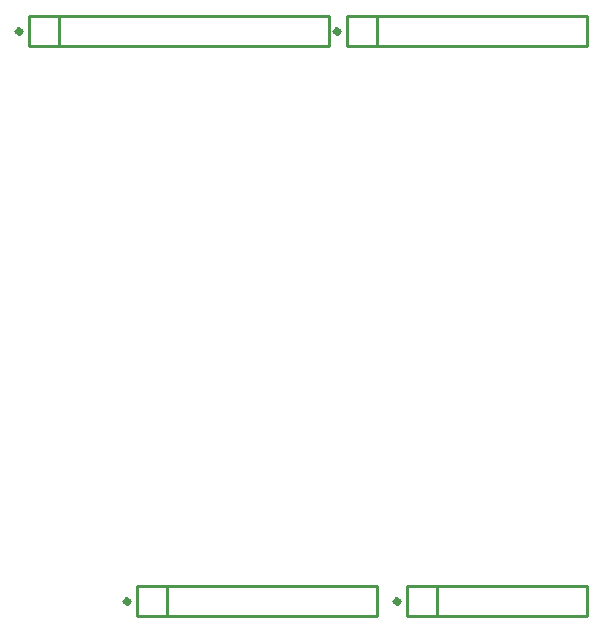
<source format=gbo>
G04*
G04 #@! TF.GenerationSoftware,Altium Limited,Altium Designer,20.0.13 (296)*
G04*
G04 Layer_Color=32896*
%FSTAX24Y24*%
%MOIN*%
G70*
G01*
G75*
%ADD10C,0.0197*%
%ADD12C,0.0100*%
D10*
X017213Y02D02*
G03*
X017213Y02I-000059J0D01*
G01*
X006613D02*
G03*
X006613Y02I-000059J0D01*
G01*
X010213Y001D02*
G03*
X010213Y001I-000059J0D01*
G01*
X019213D02*
G03*
X019213Y001I-000059J0D01*
G01*
D12*
X0175Y0205D02*
X0255D01*
Y0195D02*
Y0205D01*
X0175Y0195D02*
X0255D01*
X0175D02*
Y0205D01*
Y0195D02*
X0185D01*
Y0205D01*
X0069D02*
X0169D01*
Y0195D02*
Y0205D01*
X0079Y0195D02*
Y0205D01*
X0069Y0195D02*
X0079D01*
X0069D02*
Y0205D01*
Y0195D02*
X0169D01*
X0105Y0015D02*
X0185D01*
Y0005D02*
Y0015D01*
X0105Y0005D02*
X0185D01*
X0105D02*
Y0015D01*
Y0005D02*
X0115D01*
Y0015D01*
X0205Y0005D02*
Y0015D01*
X0195Y0005D02*
X0205D01*
X0195D02*
Y0015D01*
X0255D01*
Y0005D02*
Y0015D01*
X0195Y0005D02*
X0255D01*
M02*

</source>
